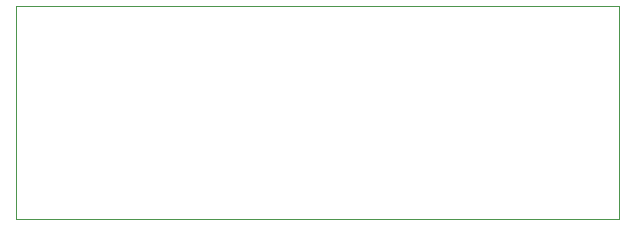
<source format=gbr>
%TF.GenerationSoftware,KiCad,Pcbnew,(6.0.4)*%
%TF.CreationDate,2023-01-25T09:54:28+09:00*%
%TF.ProjectId,naraetracker-usb-convertor,6e617261-6574-4726-9163-6b65722d7573,rev?*%
%TF.SameCoordinates,Original*%
%TF.FileFunction,Profile,NP*%
%FSLAX46Y46*%
G04 Gerber Fmt 4.6, Leading zero omitted, Abs format (unit mm)*
G04 Created by KiCad (PCBNEW (6.0.4)) date 2023-01-25 09:54:28*
%MOMM*%
%LPD*%
G01*
G04 APERTURE LIST*
%TA.AperFunction,Profile*%
%ADD10C,0.100000*%
%TD*%
G04 APERTURE END LIST*
D10*
X102362000Y-79756000D02*
X153416000Y-79756000D01*
X153416000Y-79756000D02*
X153416000Y-97790000D01*
X153416000Y-97790000D02*
X102362000Y-97790000D01*
X102362000Y-97790000D02*
X102362000Y-79756000D01*
M02*

</source>
